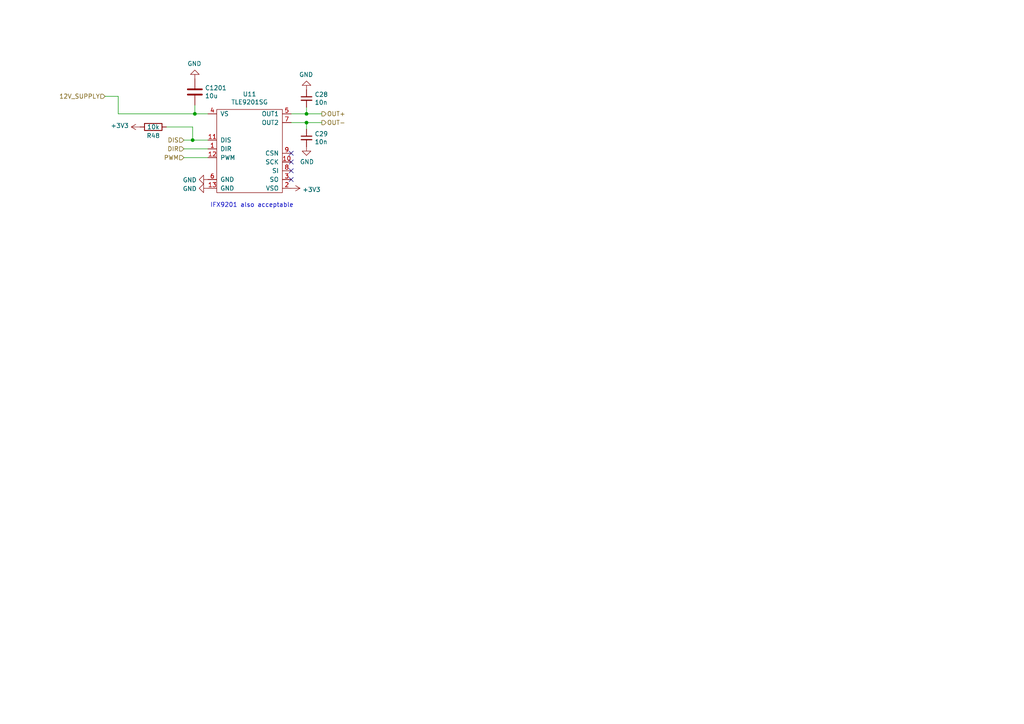
<source format=kicad_sch>
(kicad_sch (version 20211123) (generator eeschema)
  (paper "A4")
  (title_block (title "rusEfi Proteus") (date "2022-04-09") (rev "v0.7") (company "rusEFI") (comment 1 "github.com/mck1117/proteus") (comment 2 "rusefi.com/s/proteus"))
  (lib_symbols
    (symbol "Device:C" (pin_numbers hide) (pin_names (offset 0.254))
      (property "Reference" "C" (at 0.635 2.54 0))
      (property "Value" "C" (at 0.635 -2.54 0))
      (symbol "C_0_1"
        (polyline (pts (xy -2.032 -0.762) (xy 2.032 -0.762)) (stroke (width 0.508)))
        (polyline (pts (xy -2.032 0.762) (xy 2.032 0.762)) (stroke (width 0.508)))
      )
      (symbol "C_1_1"
        (pin passive line (at 0 3.81 270) (length 2.794) (name "~") (number "1"))
        (pin passive line (at 0 -3.81 90) (length 2.794) (name "~") (number "2"))
      )
    )
    (symbol "Device:C_Small" (pin_numbers hide) (pin_names (offset 0.254) hide)
      (property "Reference" "C" (at 0.254 1.778 0))
      (property "Value" "C_Small" (at 0.254 -2.032 0))
      (symbol "C_Small_0_1"
        (polyline (pts (xy -1.524 -0.508) (xy 1.524 -0.508)) (stroke (width 0.3302)))
        (polyline (pts (xy -1.524 0.508) (xy 1.524 0.508)) (stroke (width 0.3048)))
      )
      (symbol "C_Small_1_1"
        (pin passive line (at 0 2.54 270) (length 2.032) (name "~") (number "1"))
        (pin passive line (at 0 -2.54 90) (length 2.032) (name "~") (number "2"))
      )
    )
    (symbol "Device:R" (pin_numbers hide) (pin_names (offset 0))
      (property "Reference" "R" (at 2.032 0 90))
      (property "Value" "R" (at 0 0 90))
      (symbol "R_0_1"
        (rectangle (start -1.016 -2.54) (end 1.016 2.54) (stroke (width 0.254)))
      )
      (symbol "R_1_1"
        (pin passive line (at 0 3.81 270) (length 1.27) (name "~") (number "1"))
        (pin passive line (at 0 -3.81 90) (length 1.27) (name "~") (number "2"))
      )
    )
    (symbol "power:+3.3V" (power) (pin_names (offset 0))
      (property "Value" "+3.3V" (at 0 3.556 0))
      (symbol "+3.3V_0_1"
        (polyline (pts (xy -0.762 1.27) (xy 0 2.54)))
        (polyline (pts (xy 0 0) (xy 0 2.54)))
        (polyline (pts (xy 0 2.54) (xy 0.762 1.27)))
      )
      (symbol "+3.3V_1_1"
        (pin power_in line (at 0 0 90) (length 0) hide (name "+3V3") (number "1"))
      )
    )
    (symbol "power:GND" (power) (pin_names (offset 0))
      (property "Value" "GND" (at 0 -3.81 0))
      (symbol "GND_0_1"
        (polyline (pts (xy 0 0) (xy 0 -1.27) (xy 1.27 -1.27) (xy 0 -2.54) (xy -1.27 -1.27) (xy 0 -1.27)))
      )
      (symbol "GND_1_1"
        (pin power_in line (at 0 0 270) (length 0) hide (name "GND") (number "1"))
      )
    )
    (symbol "tle9201_2:TLE9201SG" (pin_names (offset 1.016))
      (property "Reference" "U" (at -8.89 -13.97 0))
      (property "Value" "TLE9201SG" (at -3.81 12.7 0))
      (symbol "TLE9201SG_0_1"
        (rectangle (start -10.16 11.43) (end 8.89 -12.7))
      )
      (symbol "TLE9201SG_1_1"
        (pin input line (at -12.7 0 0) (length 2.54) (name "DIR") (number "1"))
        (pin input line (at 11.43 -3.81 180) (length 2.54) (name "SCK") (number "10"))
        (pin input line (at -12.7 2.54 0) (length 2.54) (name "DIS") (number "11"))
        (pin input line (at -12.7 -2.54 0) (length 2.54) (name "PWM") (number "12"))
        (pin power_in line (at -12.7 -11.43 0) (length 2.54) (name "GND") (number "13"))
        (pin power_in line (at 11.43 -11.43 180) (length 2.54) (name "VSO") (number "2"))
        (pin output line (at 11.43 -8.89 180) (length 2.54) (name "SO") (number "3"))
        (pin power_in line (at -12.7 10.16 0) (length 2.54) (name "VS") (number "4"))
        (pin power_out line (at 11.43 10.16 180) (length 2.54) (name "OUT1") (number "5"))
        (pin power_in line (at -12.7 -8.89 0) (length 2.54) (name "GND") (number "6"))
        (pin power_out line (at 11.43 7.62 180) (length 2.54) (name "OUT2") (number "7"))
        (pin input line (at 11.43 -6.35 180) (length 2.54) (name "SI") (number "8"))
        (pin input line (at 11.43 -1.27 180) (length 2.54) (name "CSN") (number "9"))
      )
    )
  )
  (junction (at 88.9 35.56))
  (junction (at 88.9 33.02))
  (junction (at 56.515 33.02))
  (junction (at 55.88 40.64))
  (no_connect (at 84.455 44.45))
  (no_connect (at 84.455 49.53))
  (no_connect (at 84.455 46.99))
  (no_connect (at 84.455 52.07))
  (wire (pts (xy 34.29 33.02) (xy 56.515 33.02)))
  (wire (pts (xy 48.26 36.83) (xy 55.88 36.83)))
  (wire (pts (xy 53.34 40.64) (xy 55.88 40.64)))
  (wire (pts (xy 56.515 33.02) (xy 60.325 33.02)))
  (wire (pts (xy 88.9 33.02) (xy 88.9 31.115)))
  (wire (pts (xy 84.455 33.02) (xy 88.9 33.02)))
  (wire (pts (xy 30.48 27.94) (xy 34.29 27.94)))
  (wire (pts (xy 93.345 35.56) (xy 88.9 35.56)))
  (wire (pts (xy 56.515 30.48) (xy 56.515 33.02)))
  (wire (pts (xy 34.29 27.94) (xy 34.29 33.02)))
  (wire (pts (xy 53.34 43.18) (xy 60.325 43.18)))
  (wire (pts (xy 88.9 37.465) (xy 88.9 35.56)))
  (wire (pts (xy 55.88 36.83) (xy 55.88 40.64)))
  (wire (pts (xy 55.88 40.64) (xy 60.325 40.64)))
  (wire (pts (xy 88.9 35.56) (xy 84.455 35.56)))
  (wire (pts (xy 88.9 33.02) (xy 93.345 33.02)))
  (wire (pts (xy 53.34 45.72) (xy 60.325 45.72)))
  (text "IFX9201 also acceptable" (at 60.96 60.325 0) (effects (font (size 1.27 1.27)) (justify left bottom)))
  (hierarchical_label "12V_SUPPLY" (shape input) (at 30.48 27.94 180))
  (hierarchical_label "DIR" (shape input) (at 53.34 43.18 180))
  (hierarchical_label "PWM" (shape input) (at 53.34 45.72 180))
  (hierarchical_label "OUT+" (shape output) (at 93.345 33.02 0))
  (hierarchical_label "DIS" (shape input) (at 53.34 40.64 180))
  (hierarchical_label "OUT-" (shape output) (at 93.345 35.56 0))
  (symbol (lib_id "power:GND") (at 60.325 52.07 270)
    (property "Reference" "#PWR0335" (effects hide))
    (property "Value" "GND" (at 57.0738 52.197 90) (effects (justify right)))
  )
  (symbol (lib_id "tle9201_2:TLE9201SG") (at 73.025 43.18 0)
    (property "Reference" "U11" (at 72.39 27.305 0))
    (property "Value" "TLE9201SG" (at 72.39 29.6164 0))
    (property "Footprint" "Package_SO:Infineon_PG-DSO-12-9" (effects hide))
    (property "PN" "TLE9201SG" (effects hide))
    (property "LCSC" "C112633" (effects hide))
    (property "LCSC_ext" "1" (effects hide))
    (property "possible_not_ext" "1" (effects hide))
  )
  (symbol (lib_id "power:GND") (at 60.325 54.61 270)
    (property "Reference" "#PWR0336" (effects hide))
    (property "Value" "GND" (at 57.0738 54.737 90) (effects (justify right)))
  )
  (symbol (lib_id "Device:C_Small") (at 88.9 28.575 0)
    (property "Reference" "C28" (at 91.2368 27.4066 0) (effects (justify left)))
    (property "Value" "10n" (at 91.2368 29.718 0) (effects (justify left)))
    (property "Footprint" "Capacitor_SMD:C_0603_1608Metric" (effects hide))
    (property "LCSC" "C57112" (effects hide))
    (property "LCSC_ext" "0" (effects hide))
  )
  (symbol (lib_id "Device:C_Small") (at 88.9 40.005 0)
    (property "Reference" "C29" (at 91.2368 38.8366 0) (effects (justify left)))
    (property "Value" "10n" (at 91.2368 41.148 0) (effects (justify left)))
    (property "Footprint" "Capacitor_SMD:C_0603_1608Metric" (effects hide))
    (property "LCSC" "C57112" (effects hide))
    (property "LCSC_ext" "0" (effects hide))
  )
  (symbol (lib_id "power:GND") (at 88.9 42.545 0)
    (property "Reference" "#PWR0337" (effects hide))
    (property "Value" "GND" (at 89.027 46.9392 0))
  )
  (symbol (lib_id "power:GND") (at 88.9 26.035 180)
    (property "Reference" "#PWR0338" (effects hide))
    (property "Value" "GND" (at 88.773 21.6408 0))
  )
  (symbol (lib_id "Device:C") (at 56.515 26.67 0)
    (property "Reference" "C1201" (at 59.436 25.5016 0) (effects (justify left)))
    (property "Value" "10u" (at 59.436 27.813 0) (effects (justify left)))
    (property "Footprint" "Capacitor_SMD:C_1206_3216Metric" (effects hide))
    (property "LCSC" "C13585" (effects hide))
    (property "LCSC_ext" "0" (effects hide))
  )
  (symbol (lib_id "power:GND") (at 56.515 22.86 180)
    (property "Reference" "#PWR0339" (effects hide))
    (property "Value" "GND" (at 56.388 18.4658 0))
  )
  (symbol (lib_id "power:+3.3V") (at 84.455 54.61 270)
    (property "Reference" "#PWR0340" (effects hide))
    (property "Value" "+3.3V" (at 87.7062 54.991 90) (effects (justify left)))
  )
  (symbol (lib_id "Device:R") (at 44.45 36.83 270)
    (property "Reference" "R48" (at 44.45 39.37 90))
    (property "Value" "10k" (at 44.45 36.83 90))
    (property "Footprint" "Resistor_SMD:R_0402_1005Metric" (effects hide))
    (property "LCSC" "C25744" (effects hide))
    (property "LCSC_ext" "0" (effects hide))
  )
  (symbol (lib_id "power:+3.3V") (at 40.64 36.83 90)
    (property "Reference" "#PWR0341" (effects hide))
    (property "Value" "+3.3V" (at 37.3888 36.449 90) (effects (justify left)))
  )
)
</source>
